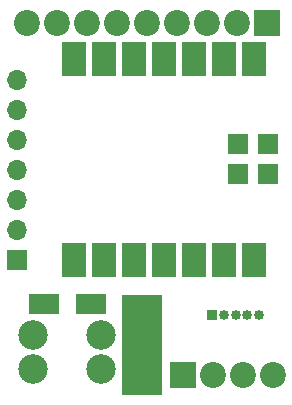
<source format=gbr>
%TF.GenerationSoftware,KiCad,Pcbnew,(7.0.0-0)*%
%TF.CreationDate,2023-02-19T11:21:29+01:00*%
%TF.ProjectId,KNeoPiX_v1.3,4b4e656f-5069-4585-9f76-312e332e6b69,rev?*%
%TF.SameCoordinates,Original*%
%TF.FileFunction,Soldermask,Bot*%
%TF.FilePolarity,Negative*%
%FSLAX46Y46*%
G04 Gerber Fmt 4.6, Leading zero omitted, Abs format (unit mm)*
G04 Created by KiCad (PCBNEW (7.0.0-0)) date 2023-02-19 11:21:29*
%MOMM*%
%LPD*%
G01*
G04 APERTURE LIST*
%ADD10C,1.875000*%
%ADD11R,0.850000X0.850000*%
%ADD12O,0.850000X0.850000*%
%ADD13R,2.200000X2.200000*%
%ADD14C,2.200000*%
%ADD15R,1.700000X1.700000*%
%ADD16O,1.700000X1.700000*%
%ADD17C,2.500000*%
%ADD18R,2.000000X3.000000*%
%ADD19R,3.500000X8.500000*%
%ADD20R,2.500000X1.800000*%
G04 APERTURE END LIST*
D10*
%TO.C,H2*%
X120250000Y-124150000D03*
%TD*%
D11*
%TO.C,J6*%
X129649999Y-122449999D03*
D12*
X130649999Y-122449999D03*
X131649999Y-122449999D03*
X132649999Y-122449999D03*
X133649999Y-122449999D03*
%TD*%
D13*
%TO.C,J4*%
X127164999Y-127579999D03*
D14*
X129705000Y-127580000D03*
X132245000Y-127580000D03*
X134785000Y-127580000D03*
%TD*%
D13*
%TO.C,J3*%
X134269999Y-97739999D03*
D14*
X131730000Y-97740000D03*
X129190000Y-97740000D03*
X126650000Y-97740000D03*
X124110000Y-97740000D03*
X121570000Y-97740000D03*
X119030000Y-97740000D03*
X116490000Y-97740000D03*
X113950000Y-97740000D03*
%TD*%
D15*
%TO.C,GN1*%
X113139999Y-117779999D03*
D16*
X113139999Y-115239999D03*
X113139999Y-112699999D03*
X113139999Y-110159999D03*
X113139999Y-107619999D03*
X113139999Y-105079999D03*
X113139999Y-102539999D03*
%TD*%
D17*
%TO.C,J2*%
X120250000Y-127050000D03*
X114500000Y-127050000D03*
%TD*%
D10*
%TO.C,H1*%
X114500000Y-124150000D03*
%TD*%
D17*
%TO.C,J1*%
X120230000Y-124130000D03*
X114480000Y-124130000D03*
%TD*%
D18*
%TO.C,U1*%
X133225913Y-117787913D03*
X130685913Y-117787913D03*
X128145913Y-117787913D03*
X125605913Y-117787913D03*
X123065913Y-117787913D03*
X120525913Y-117787913D03*
X117985913Y-117787913D03*
X117985913Y-100787913D03*
X120525913Y-100787913D03*
X123065913Y-100787913D03*
X125605913Y-100787913D03*
X128145913Y-100787913D03*
X130685913Y-100787913D03*
X133225913Y-100787913D03*
D15*
X134386653Y-110557913D03*
X134386653Y-108017913D03*
X131846653Y-110557913D03*
X131846653Y-108017913D03*
%TD*%
D19*
%TO.C,REF\u002A\u002A*%
X123719999Y-125029999D03*
%TD*%
D20*
%TO.C,D3*%
X119399999Y-121559999D03*
X115399999Y-121559999D03*
%TD*%
M02*

</source>
